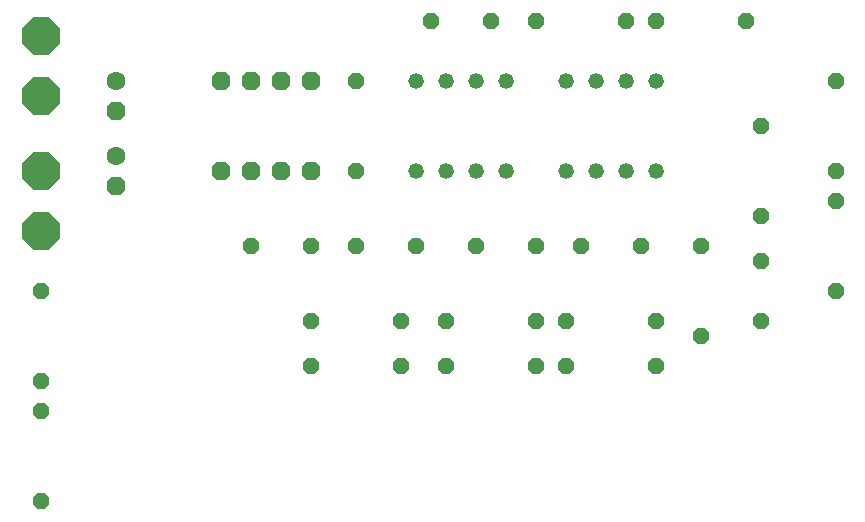
<source format=gbr>
G04 EAGLE Gerber RS-274X export*
G75*
%MOMM*%
%FSLAX34Y34*%
%LPD*%
%INTop Copper*%
%IPPOS*%
%AMOC8*
5,1,8,0,0,1.08239X$1,22.5*%
G01*
%ADD10P,1.429621X8X22.500000*%
%ADD11P,1.429621X8X202.500000*%
%ADD12P,1.732040X8X292.500000*%
%ADD13C,1.600200*%
%ADD14P,1.429621X8X292.500000*%
%ADD15P,3.409096X8X22.500000*%
%ADD16P,1.732040X8X202.500000*%
%ADD17C,1.320800*%
%ADD18P,1.429621X8X112.500000*%


D10*
X241300Y749300D03*
X292100Y749300D03*
X330200Y749300D03*
X381000Y749300D03*
D11*
X482600Y749300D03*
X431800Y749300D03*
D10*
X393700Y939800D03*
X444500Y939800D03*
D12*
X127000Y863600D03*
D13*
X127000Y889000D03*
D12*
X127000Y800100D03*
D13*
X127000Y825500D03*
D14*
X673100Y736600D03*
X673100Y685800D03*
D11*
X571500Y749300D03*
X520700Y749300D03*
D15*
X63500Y876300D03*
X63500Y927100D03*
X63500Y762000D03*
X63500Y812800D03*
D16*
X292100Y889000D03*
X266700Y889000D03*
X215900Y812800D03*
X241300Y812800D03*
X241300Y889000D03*
X215900Y889000D03*
X266700Y812800D03*
X292100Y812800D03*
D17*
X457200Y889000D03*
X431800Y889000D03*
X431800Y812800D03*
X457200Y812800D03*
X406400Y889000D03*
X381000Y889000D03*
X406400Y812800D03*
X381000Y812800D03*
X584200Y889000D03*
X558800Y889000D03*
X558800Y812800D03*
X584200Y812800D03*
X533400Y889000D03*
X508000Y889000D03*
X533400Y812800D03*
X508000Y812800D03*
D10*
X292100Y685800D03*
X368300Y685800D03*
D11*
X584200Y647700D03*
X508000Y647700D03*
D14*
X622300Y749300D03*
X622300Y673100D03*
X736600Y787400D03*
X736600Y711200D03*
D18*
X63500Y635000D03*
X63500Y711200D03*
X63500Y533400D03*
X63500Y609600D03*
D11*
X482600Y647700D03*
X406400Y647700D03*
X482600Y685800D03*
X406400Y685800D03*
X584200Y685800D03*
X508000Y685800D03*
D14*
X673100Y850900D03*
X673100Y774700D03*
D11*
X558800Y939800D03*
X482600Y939800D03*
X660400Y939800D03*
X584200Y939800D03*
D14*
X736600Y889000D03*
X736600Y812800D03*
D18*
X330200Y812800D03*
X330200Y889000D03*
D11*
X368300Y647700D03*
X292100Y647700D03*
M02*

</source>
